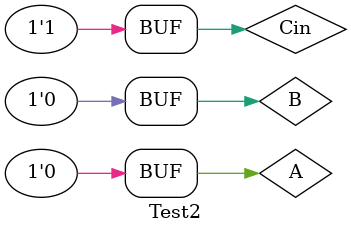
<source format=v>
`timescale 1ns / 1ps


module Test2;

	// Inputs
	reg Cin;
	reg A;
	reg B;

	// Outputs
	wire F;
	wire Cout;

	// Instantiate the Unit Under Test (UUT)
	fulladderM uut (
		.Cin(Cin), 
		.A(A), 
		.B(B), 
		.F(F), 
		.Cout(Cout)
	);

	initial begin
		// Initialize Inputs
		Cin = 0;
		A = 0;
		B = 0;

		// Wait 100 ns for global reset to finish
		#100;
        
		// Add stimulus here
		A =3 ;B = 0;Cin=0;
		#100;
		A=1;B=2;Cin=1;
		#100;
		A=0;B=1;Cin=1;
		#100;
		A=1;B=1;Cin=1;
		#100;
		A=2;B=1;Cin=0;
		#100;
		A=1;B=1;Cin=1;
		#100;
		A=8;B=8;Cin=1;
	end
      
endmodule


</source>
